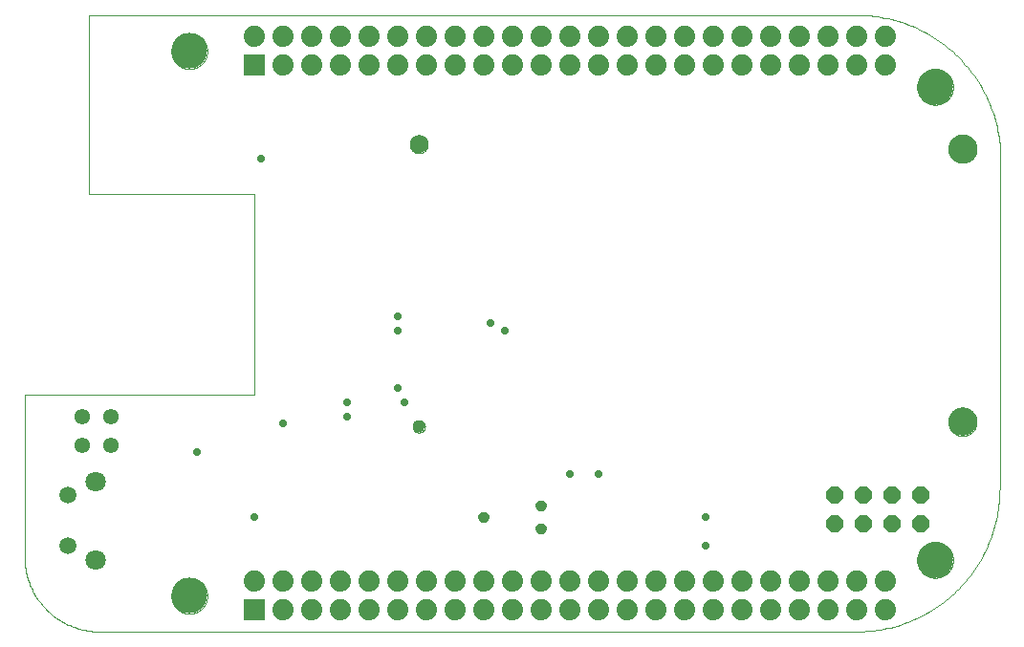
<source format=gbs>
G04 EAGLE Gerber RS-274X export*
G75*
%MOMM*%
%FSLAX34Y34*%
%LPD*%
%INBottom solder mask*%
%IPPOS*%
%AMOC8*
5,1,8,0,0,1.08239X$1,22.5*%
G01*
%ADD10C,0.000000*%
%ADD11C,1.600000*%
%ADD12C,1.100000*%
%ADD13C,2.500000*%
%ADD14C,1.381000*%
%ADD15C,1.498600*%
%ADD16C,1.803400*%
%ADD17C,3.175000*%
%ADD18R,1.879600X1.879600*%
%ADD19C,1.879600*%
%ADD20C,0.889000*%
%ADD21P,1.640903X8X22.500000*%
%ADD22P,0.757673X8X22.500000*%


D10*
X63500Y0D02*
X736600Y0D01*
X863600Y127000D02*
X863600Y431800D01*
X742950Y546100D02*
X57150Y546100D01*
X0Y209550D02*
X0Y63500D01*
X57150Y387350D02*
X57150Y546100D01*
X57150Y387350D02*
X203200Y387350D01*
X203200Y209550D01*
X0Y209550D01*
X742950Y546100D02*
X746066Y545912D01*
X749177Y545649D01*
X752279Y545309D01*
X755373Y544893D01*
X758456Y544402D01*
X761525Y543835D01*
X764580Y543193D01*
X767618Y542477D01*
X770638Y541686D01*
X773638Y540822D01*
X776615Y539885D01*
X779568Y538874D01*
X782496Y537792D01*
X785397Y536638D01*
X788268Y535414D01*
X791109Y534119D01*
X793916Y532756D01*
X796690Y531324D01*
X799428Y529824D01*
X802128Y528258D01*
X804789Y526626D01*
X807409Y524930D01*
X809987Y523170D01*
X812521Y521347D01*
X815009Y519462D01*
X817451Y517517D01*
X819844Y515513D01*
X822188Y513451D01*
X824480Y511332D01*
X826720Y509158D01*
X828905Y506929D01*
X831036Y504648D01*
X833109Y502315D01*
X835125Y499932D01*
X837083Y497500D01*
X838979Y495021D01*
X840815Y492496D01*
X842588Y489927D01*
X844298Y487316D01*
X845943Y484663D01*
X847523Y481971D01*
X849036Y479241D01*
X850482Y476474D01*
X851860Y473673D01*
X853169Y470839D01*
X854407Y467974D01*
X855576Y465080D01*
X856673Y462157D01*
X857698Y459209D01*
X858650Y456236D01*
X859530Y453241D01*
X860336Y450225D01*
X861067Y447191D01*
X861724Y444139D01*
X862307Y441073D01*
X862813Y437993D01*
X863245Y434901D01*
X863600Y431800D01*
X863600Y127000D02*
X863563Y123931D01*
X863452Y120864D01*
X863266Y117801D01*
X863007Y114743D01*
X862674Y111692D01*
X862267Y108650D01*
X861787Y105619D01*
X861234Y102600D01*
X860608Y99595D01*
X859910Y96607D01*
X859139Y93636D01*
X858297Y90685D01*
X857384Y87755D01*
X856401Y84848D01*
X855347Y81965D01*
X854224Y79109D01*
X853033Y76281D01*
X851773Y73482D01*
X850446Y70715D01*
X849053Y67980D01*
X847594Y65280D01*
X846070Y62616D01*
X844482Y59990D01*
X842832Y57402D01*
X841119Y54856D01*
X839345Y52351D01*
X837511Y49890D01*
X835619Y47474D01*
X833668Y45105D01*
X831661Y42783D01*
X829598Y40511D01*
X827481Y38289D01*
X825311Y36119D01*
X823089Y34002D01*
X820817Y31939D01*
X818495Y29932D01*
X816126Y27981D01*
X813710Y26089D01*
X811249Y24255D01*
X808744Y22481D01*
X806198Y20768D01*
X803610Y19118D01*
X800984Y17530D01*
X798320Y16006D01*
X795620Y14547D01*
X792885Y13154D01*
X790118Y11827D01*
X787319Y10567D01*
X784491Y9376D01*
X781635Y8253D01*
X778752Y7199D01*
X775845Y6216D01*
X772915Y5303D01*
X769964Y4461D01*
X766993Y3690D01*
X764005Y2992D01*
X761000Y2366D01*
X757981Y1813D01*
X754950Y1333D01*
X751908Y926D01*
X748857Y593D01*
X745799Y334D01*
X742736Y148D01*
X739669Y37D01*
X736600Y0D01*
X63500Y0D02*
X61888Y96D01*
X60279Y231D01*
X58674Y405D01*
X57073Y618D01*
X55478Y870D01*
X53890Y1160D01*
X52309Y1488D01*
X50736Y1855D01*
X49173Y2259D01*
X47620Y2702D01*
X46078Y3181D01*
X44548Y3698D01*
X43032Y4252D01*
X41529Y4842D01*
X40040Y5468D01*
X38568Y6130D01*
X37111Y6828D01*
X35672Y7560D01*
X34252Y8328D01*
X32850Y9129D01*
X31468Y9964D01*
X30106Y10832D01*
X28766Y11733D01*
X27448Y12666D01*
X26153Y13631D01*
X24882Y14626D01*
X23636Y15652D01*
X22414Y16708D01*
X21218Y17794D01*
X20049Y18907D01*
X18907Y20049D01*
X17794Y21218D01*
X16708Y22414D01*
X15652Y23636D01*
X14626Y24882D01*
X13631Y26153D01*
X12666Y27448D01*
X11733Y28766D01*
X10832Y30106D01*
X9964Y31468D01*
X9129Y32850D01*
X8328Y34252D01*
X7560Y35672D01*
X6828Y37111D01*
X6130Y38568D01*
X5468Y40040D01*
X4842Y41529D01*
X4252Y43032D01*
X3698Y44548D01*
X3181Y46078D01*
X2702Y47620D01*
X2259Y49173D01*
X1855Y50736D01*
X1488Y52309D01*
X1160Y53890D01*
X870Y55478D01*
X618Y57073D01*
X405Y58674D01*
X231Y60279D01*
X96Y61888D01*
X0Y63500D01*
X341250Y431800D02*
X341252Y431996D01*
X341260Y432193D01*
X341272Y432389D01*
X341289Y432584D01*
X341310Y432779D01*
X341337Y432974D01*
X341368Y433168D01*
X341404Y433361D01*
X341444Y433553D01*
X341490Y433744D01*
X341540Y433934D01*
X341594Y434122D01*
X341654Y434309D01*
X341718Y434495D01*
X341786Y434679D01*
X341859Y434861D01*
X341936Y435042D01*
X342018Y435220D01*
X342104Y435397D01*
X342195Y435571D01*
X342289Y435743D01*
X342388Y435913D01*
X342491Y436080D01*
X342598Y436245D01*
X342709Y436406D01*
X342824Y436566D01*
X342943Y436722D01*
X343066Y436875D01*
X343192Y437025D01*
X343322Y437172D01*
X343456Y437316D01*
X343593Y437457D01*
X343734Y437594D01*
X343878Y437728D01*
X344025Y437858D01*
X344175Y437984D01*
X344328Y438107D01*
X344484Y438226D01*
X344644Y438341D01*
X344805Y438452D01*
X344970Y438559D01*
X345137Y438662D01*
X345307Y438761D01*
X345479Y438855D01*
X345653Y438946D01*
X345830Y439032D01*
X346008Y439114D01*
X346189Y439191D01*
X346371Y439264D01*
X346555Y439332D01*
X346741Y439396D01*
X346928Y439456D01*
X347116Y439510D01*
X347306Y439560D01*
X347497Y439606D01*
X347689Y439646D01*
X347882Y439682D01*
X348076Y439713D01*
X348271Y439740D01*
X348466Y439761D01*
X348661Y439778D01*
X348857Y439790D01*
X349054Y439798D01*
X349250Y439800D01*
X349446Y439798D01*
X349643Y439790D01*
X349839Y439778D01*
X350034Y439761D01*
X350229Y439740D01*
X350424Y439713D01*
X350618Y439682D01*
X350811Y439646D01*
X351003Y439606D01*
X351194Y439560D01*
X351384Y439510D01*
X351572Y439456D01*
X351759Y439396D01*
X351945Y439332D01*
X352129Y439264D01*
X352311Y439191D01*
X352492Y439114D01*
X352670Y439032D01*
X352847Y438946D01*
X353021Y438855D01*
X353193Y438761D01*
X353363Y438662D01*
X353530Y438559D01*
X353695Y438452D01*
X353856Y438341D01*
X354016Y438226D01*
X354172Y438107D01*
X354325Y437984D01*
X354475Y437858D01*
X354622Y437728D01*
X354766Y437594D01*
X354907Y437457D01*
X355044Y437316D01*
X355178Y437172D01*
X355308Y437025D01*
X355434Y436875D01*
X355557Y436722D01*
X355676Y436566D01*
X355791Y436406D01*
X355902Y436245D01*
X356009Y436080D01*
X356112Y435913D01*
X356211Y435743D01*
X356305Y435571D01*
X356396Y435397D01*
X356482Y435220D01*
X356564Y435042D01*
X356641Y434861D01*
X356714Y434679D01*
X356782Y434495D01*
X356846Y434309D01*
X356906Y434122D01*
X356960Y433934D01*
X357010Y433744D01*
X357056Y433553D01*
X357096Y433361D01*
X357132Y433168D01*
X357163Y432974D01*
X357190Y432779D01*
X357211Y432584D01*
X357228Y432389D01*
X357240Y432193D01*
X357248Y431996D01*
X357250Y431800D01*
X357248Y431604D01*
X357240Y431407D01*
X357228Y431211D01*
X357211Y431016D01*
X357190Y430821D01*
X357163Y430626D01*
X357132Y430432D01*
X357096Y430239D01*
X357056Y430047D01*
X357010Y429856D01*
X356960Y429666D01*
X356906Y429478D01*
X356846Y429291D01*
X356782Y429105D01*
X356714Y428921D01*
X356641Y428739D01*
X356564Y428558D01*
X356482Y428380D01*
X356396Y428203D01*
X356305Y428029D01*
X356211Y427857D01*
X356112Y427687D01*
X356009Y427520D01*
X355902Y427355D01*
X355791Y427194D01*
X355676Y427034D01*
X355557Y426878D01*
X355434Y426725D01*
X355308Y426575D01*
X355178Y426428D01*
X355044Y426284D01*
X354907Y426143D01*
X354766Y426006D01*
X354622Y425872D01*
X354475Y425742D01*
X354325Y425616D01*
X354172Y425493D01*
X354016Y425374D01*
X353856Y425259D01*
X353695Y425148D01*
X353530Y425041D01*
X353363Y424938D01*
X353193Y424839D01*
X353021Y424745D01*
X352847Y424654D01*
X352670Y424568D01*
X352492Y424486D01*
X352311Y424409D01*
X352129Y424336D01*
X351945Y424268D01*
X351759Y424204D01*
X351572Y424144D01*
X351384Y424090D01*
X351194Y424040D01*
X351003Y423994D01*
X350811Y423954D01*
X350618Y423918D01*
X350424Y423887D01*
X350229Y423860D01*
X350034Y423839D01*
X349839Y423822D01*
X349643Y423810D01*
X349446Y423802D01*
X349250Y423800D01*
X349054Y423802D01*
X348857Y423810D01*
X348661Y423822D01*
X348466Y423839D01*
X348271Y423860D01*
X348076Y423887D01*
X347882Y423918D01*
X347689Y423954D01*
X347497Y423994D01*
X347306Y424040D01*
X347116Y424090D01*
X346928Y424144D01*
X346741Y424204D01*
X346555Y424268D01*
X346371Y424336D01*
X346189Y424409D01*
X346008Y424486D01*
X345830Y424568D01*
X345653Y424654D01*
X345479Y424745D01*
X345307Y424839D01*
X345137Y424938D01*
X344970Y425041D01*
X344805Y425148D01*
X344644Y425259D01*
X344484Y425374D01*
X344328Y425493D01*
X344175Y425616D01*
X344025Y425742D01*
X343878Y425872D01*
X343734Y426006D01*
X343593Y426143D01*
X343456Y426284D01*
X343322Y426428D01*
X343192Y426575D01*
X343066Y426725D01*
X342943Y426878D01*
X342824Y427034D01*
X342709Y427194D01*
X342598Y427355D01*
X342491Y427520D01*
X342388Y427687D01*
X342289Y427857D01*
X342195Y428029D01*
X342104Y428203D01*
X342018Y428380D01*
X341936Y428558D01*
X341859Y428739D01*
X341786Y428921D01*
X341718Y429105D01*
X341654Y429291D01*
X341594Y429478D01*
X341540Y429666D01*
X341490Y429856D01*
X341444Y430047D01*
X341404Y430239D01*
X341368Y430432D01*
X341337Y430626D01*
X341310Y430821D01*
X341289Y431016D01*
X341272Y431211D01*
X341260Y431407D01*
X341252Y431604D01*
X341250Y431800D01*
D11*
X349250Y431800D03*
D10*
X343750Y181800D02*
X343752Y181948D01*
X343758Y182096D01*
X343768Y182244D01*
X343782Y182392D01*
X343800Y182539D01*
X343822Y182686D01*
X343848Y182832D01*
X343877Y182977D01*
X343911Y183122D01*
X343949Y183265D01*
X343990Y183408D01*
X344035Y183549D01*
X344085Y183689D01*
X344137Y183827D01*
X344194Y183965D01*
X344254Y184100D01*
X344318Y184234D01*
X344385Y184366D01*
X344456Y184496D01*
X344531Y184625D01*
X344609Y184751D01*
X344690Y184875D01*
X344774Y184997D01*
X344862Y185116D01*
X344953Y185233D01*
X345047Y185348D01*
X345145Y185460D01*
X345245Y185569D01*
X345348Y185676D01*
X345454Y185780D01*
X345562Y185881D01*
X345674Y185979D01*
X345788Y186074D01*
X345904Y186165D01*
X346023Y186254D01*
X346144Y186339D01*
X346268Y186421D01*
X346394Y186500D01*
X346521Y186575D01*
X346651Y186647D01*
X346783Y186716D01*
X346916Y186780D01*
X347051Y186841D01*
X347188Y186899D01*
X347326Y186953D01*
X347466Y187003D01*
X347607Y187049D01*
X347749Y187091D01*
X347892Y187130D01*
X348036Y187164D01*
X348182Y187195D01*
X348327Y187222D01*
X348474Y187245D01*
X348621Y187264D01*
X348769Y187279D01*
X348916Y187290D01*
X349065Y187297D01*
X349213Y187300D01*
X349361Y187299D01*
X349509Y187294D01*
X349657Y187285D01*
X349805Y187272D01*
X349953Y187255D01*
X350099Y187234D01*
X350246Y187209D01*
X350391Y187180D01*
X350536Y187148D01*
X350679Y187111D01*
X350822Y187071D01*
X350964Y187026D01*
X351104Y186978D01*
X351243Y186926D01*
X351380Y186871D01*
X351516Y186811D01*
X351651Y186748D01*
X351783Y186682D01*
X351914Y186612D01*
X352043Y186538D01*
X352169Y186461D01*
X352294Y186381D01*
X352416Y186297D01*
X352537Y186210D01*
X352654Y186120D01*
X352770Y186026D01*
X352882Y185930D01*
X352992Y185831D01*
X353100Y185728D01*
X353204Y185623D01*
X353306Y185515D01*
X353404Y185404D01*
X353500Y185291D01*
X353593Y185175D01*
X353682Y185057D01*
X353768Y184936D01*
X353851Y184813D01*
X353931Y184688D01*
X354007Y184561D01*
X354080Y184431D01*
X354149Y184300D01*
X354214Y184167D01*
X354277Y184033D01*
X354335Y183896D01*
X354390Y183758D01*
X354440Y183619D01*
X354488Y183478D01*
X354531Y183337D01*
X354571Y183194D01*
X354606Y183050D01*
X354638Y182905D01*
X354666Y182759D01*
X354690Y182613D01*
X354710Y182466D01*
X354726Y182318D01*
X354738Y182171D01*
X354746Y182022D01*
X354750Y181874D01*
X354750Y181726D01*
X354746Y181578D01*
X354738Y181429D01*
X354726Y181282D01*
X354710Y181134D01*
X354690Y180987D01*
X354666Y180841D01*
X354638Y180695D01*
X354606Y180550D01*
X354571Y180406D01*
X354531Y180263D01*
X354488Y180122D01*
X354440Y179981D01*
X354390Y179842D01*
X354335Y179704D01*
X354277Y179567D01*
X354214Y179433D01*
X354149Y179300D01*
X354080Y179169D01*
X354007Y179039D01*
X353931Y178912D01*
X353851Y178787D01*
X353768Y178664D01*
X353682Y178543D01*
X353593Y178425D01*
X353500Y178309D01*
X353404Y178196D01*
X353306Y178085D01*
X353204Y177977D01*
X353100Y177872D01*
X352992Y177769D01*
X352882Y177670D01*
X352770Y177574D01*
X352654Y177480D01*
X352537Y177390D01*
X352416Y177303D01*
X352294Y177219D01*
X352169Y177139D01*
X352043Y177062D01*
X351914Y176988D01*
X351783Y176918D01*
X351651Y176852D01*
X351516Y176789D01*
X351380Y176729D01*
X351243Y176674D01*
X351104Y176622D01*
X350964Y176574D01*
X350822Y176529D01*
X350679Y176489D01*
X350536Y176452D01*
X350391Y176420D01*
X350246Y176391D01*
X350099Y176366D01*
X349953Y176345D01*
X349805Y176328D01*
X349657Y176315D01*
X349509Y176306D01*
X349361Y176301D01*
X349213Y176300D01*
X349065Y176303D01*
X348916Y176310D01*
X348769Y176321D01*
X348621Y176336D01*
X348474Y176355D01*
X348327Y176378D01*
X348182Y176405D01*
X348036Y176436D01*
X347892Y176470D01*
X347749Y176509D01*
X347607Y176551D01*
X347466Y176597D01*
X347326Y176647D01*
X347188Y176701D01*
X347051Y176759D01*
X346916Y176820D01*
X346783Y176884D01*
X346651Y176953D01*
X346521Y177025D01*
X346394Y177100D01*
X346268Y177179D01*
X346144Y177261D01*
X346023Y177346D01*
X345904Y177435D01*
X345788Y177526D01*
X345674Y177621D01*
X345562Y177719D01*
X345454Y177820D01*
X345348Y177924D01*
X345245Y178031D01*
X345145Y178140D01*
X345047Y178252D01*
X344953Y178367D01*
X344862Y178484D01*
X344774Y178603D01*
X344690Y178725D01*
X344609Y178849D01*
X344531Y178975D01*
X344456Y179104D01*
X344385Y179234D01*
X344318Y179366D01*
X344254Y179500D01*
X344194Y179635D01*
X344137Y179773D01*
X344085Y179911D01*
X344035Y180051D01*
X343990Y180192D01*
X343949Y180335D01*
X343911Y180478D01*
X343877Y180623D01*
X343848Y180768D01*
X343822Y180914D01*
X343800Y181061D01*
X343782Y181208D01*
X343768Y181356D01*
X343758Y181504D01*
X343752Y181652D01*
X343750Y181800D01*
D12*
X349250Y181800D03*
D10*
X818250Y427800D02*
X818254Y428107D01*
X818265Y428413D01*
X818284Y428720D01*
X818310Y429025D01*
X818344Y429330D01*
X818385Y429634D01*
X818434Y429937D01*
X818490Y430239D01*
X818554Y430539D01*
X818625Y430837D01*
X818703Y431134D01*
X818788Y431429D01*
X818881Y431721D01*
X818981Y432011D01*
X819088Y432299D01*
X819202Y432584D01*
X819322Y432866D01*
X819450Y433144D01*
X819585Y433420D01*
X819726Y433692D01*
X819874Y433961D01*
X820028Y434226D01*
X820189Y434487D01*
X820357Y434745D01*
X820530Y434998D01*
X820710Y435246D01*
X820896Y435490D01*
X821087Y435730D01*
X821285Y435965D01*
X821488Y436194D01*
X821697Y436419D01*
X821911Y436639D01*
X822131Y436853D01*
X822356Y437062D01*
X822585Y437265D01*
X822820Y437463D01*
X823060Y437654D01*
X823304Y437840D01*
X823552Y438020D01*
X823805Y438193D01*
X824063Y438361D01*
X824324Y438522D01*
X824589Y438676D01*
X824858Y438824D01*
X825130Y438965D01*
X825406Y439100D01*
X825684Y439228D01*
X825966Y439348D01*
X826251Y439462D01*
X826539Y439569D01*
X826829Y439669D01*
X827121Y439762D01*
X827416Y439847D01*
X827713Y439925D01*
X828011Y439996D01*
X828311Y440060D01*
X828613Y440116D01*
X828916Y440165D01*
X829220Y440206D01*
X829525Y440240D01*
X829830Y440266D01*
X830137Y440285D01*
X830443Y440296D01*
X830750Y440300D01*
X831057Y440296D01*
X831363Y440285D01*
X831670Y440266D01*
X831975Y440240D01*
X832280Y440206D01*
X832584Y440165D01*
X832887Y440116D01*
X833189Y440060D01*
X833489Y439996D01*
X833787Y439925D01*
X834084Y439847D01*
X834379Y439762D01*
X834671Y439669D01*
X834961Y439569D01*
X835249Y439462D01*
X835534Y439348D01*
X835816Y439228D01*
X836094Y439100D01*
X836370Y438965D01*
X836642Y438824D01*
X836911Y438676D01*
X837176Y438522D01*
X837437Y438361D01*
X837695Y438193D01*
X837948Y438020D01*
X838196Y437840D01*
X838440Y437654D01*
X838680Y437463D01*
X838915Y437265D01*
X839144Y437062D01*
X839369Y436853D01*
X839589Y436639D01*
X839803Y436419D01*
X840012Y436194D01*
X840215Y435965D01*
X840413Y435730D01*
X840604Y435490D01*
X840790Y435246D01*
X840970Y434998D01*
X841143Y434745D01*
X841311Y434487D01*
X841472Y434226D01*
X841626Y433961D01*
X841774Y433692D01*
X841915Y433420D01*
X842050Y433144D01*
X842178Y432866D01*
X842298Y432584D01*
X842412Y432299D01*
X842519Y432011D01*
X842619Y431721D01*
X842712Y431429D01*
X842797Y431134D01*
X842875Y430837D01*
X842946Y430539D01*
X843010Y430239D01*
X843066Y429937D01*
X843115Y429634D01*
X843156Y429330D01*
X843190Y429025D01*
X843216Y428720D01*
X843235Y428413D01*
X843246Y428107D01*
X843250Y427800D01*
X843246Y427493D01*
X843235Y427187D01*
X843216Y426880D01*
X843190Y426575D01*
X843156Y426270D01*
X843115Y425966D01*
X843066Y425663D01*
X843010Y425361D01*
X842946Y425061D01*
X842875Y424763D01*
X842797Y424466D01*
X842712Y424171D01*
X842619Y423879D01*
X842519Y423589D01*
X842412Y423301D01*
X842298Y423016D01*
X842178Y422734D01*
X842050Y422456D01*
X841915Y422180D01*
X841774Y421908D01*
X841626Y421639D01*
X841472Y421374D01*
X841311Y421113D01*
X841143Y420855D01*
X840970Y420602D01*
X840790Y420354D01*
X840604Y420110D01*
X840413Y419870D01*
X840215Y419635D01*
X840012Y419406D01*
X839803Y419181D01*
X839589Y418961D01*
X839369Y418747D01*
X839144Y418538D01*
X838915Y418335D01*
X838680Y418137D01*
X838440Y417946D01*
X838196Y417760D01*
X837948Y417580D01*
X837695Y417407D01*
X837437Y417239D01*
X837176Y417078D01*
X836911Y416924D01*
X836642Y416776D01*
X836370Y416635D01*
X836094Y416500D01*
X835816Y416372D01*
X835534Y416252D01*
X835249Y416138D01*
X834961Y416031D01*
X834671Y415931D01*
X834379Y415838D01*
X834084Y415753D01*
X833787Y415675D01*
X833489Y415604D01*
X833189Y415540D01*
X832887Y415484D01*
X832584Y415435D01*
X832280Y415394D01*
X831975Y415360D01*
X831670Y415334D01*
X831363Y415315D01*
X831057Y415304D01*
X830750Y415300D01*
X830443Y415304D01*
X830137Y415315D01*
X829830Y415334D01*
X829525Y415360D01*
X829220Y415394D01*
X828916Y415435D01*
X828613Y415484D01*
X828311Y415540D01*
X828011Y415604D01*
X827713Y415675D01*
X827416Y415753D01*
X827121Y415838D01*
X826829Y415931D01*
X826539Y416031D01*
X826251Y416138D01*
X825966Y416252D01*
X825684Y416372D01*
X825406Y416500D01*
X825130Y416635D01*
X824858Y416776D01*
X824589Y416924D01*
X824324Y417078D01*
X824063Y417239D01*
X823805Y417407D01*
X823552Y417580D01*
X823304Y417760D01*
X823060Y417946D01*
X822820Y418137D01*
X822585Y418335D01*
X822356Y418538D01*
X822131Y418747D01*
X821911Y418961D01*
X821697Y419181D01*
X821488Y419406D01*
X821285Y419635D01*
X821087Y419870D01*
X820896Y420110D01*
X820710Y420354D01*
X820530Y420602D01*
X820357Y420855D01*
X820189Y421113D01*
X820028Y421374D01*
X819874Y421639D01*
X819726Y421908D01*
X819585Y422180D01*
X819450Y422456D01*
X819322Y422734D01*
X819202Y423016D01*
X819088Y423301D01*
X818981Y423589D01*
X818881Y423879D01*
X818788Y424171D01*
X818703Y424466D01*
X818625Y424763D01*
X818554Y425061D01*
X818490Y425361D01*
X818434Y425663D01*
X818385Y425966D01*
X818344Y426270D01*
X818310Y426575D01*
X818284Y426880D01*
X818265Y427187D01*
X818254Y427493D01*
X818250Y427800D01*
D13*
X830750Y427800D03*
D10*
X818250Y185800D02*
X818254Y186107D01*
X818265Y186413D01*
X818284Y186720D01*
X818310Y187025D01*
X818344Y187330D01*
X818385Y187634D01*
X818434Y187937D01*
X818490Y188239D01*
X818554Y188539D01*
X818625Y188837D01*
X818703Y189134D01*
X818788Y189429D01*
X818881Y189721D01*
X818981Y190011D01*
X819088Y190299D01*
X819202Y190584D01*
X819322Y190866D01*
X819450Y191144D01*
X819585Y191420D01*
X819726Y191692D01*
X819874Y191961D01*
X820028Y192226D01*
X820189Y192487D01*
X820357Y192745D01*
X820530Y192998D01*
X820710Y193246D01*
X820896Y193490D01*
X821087Y193730D01*
X821285Y193965D01*
X821488Y194194D01*
X821697Y194419D01*
X821911Y194639D01*
X822131Y194853D01*
X822356Y195062D01*
X822585Y195265D01*
X822820Y195463D01*
X823060Y195654D01*
X823304Y195840D01*
X823552Y196020D01*
X823805Y196193D01*
X824063Y196361D01*
X824324Y196522D01*
X824589Y196676D01*
X824858Y196824D01*
X825130Y196965D01*
X825406Y197100D01*
X825684Y197228D01*
X825966Y197348D01*
X826251Y197462D01*
X826539Y197569D01*
X826829Y197669D01*
X827121Y197762D01*
X827416Y197847D01*
X827713Y197925D01*
X828011Y197996D01*
X828311Y198060D01*
X828613Y198116D01*
X828916Y198165D01*
X829220Y198206D01*
X829525Y198240D01*
X829830Y198266D01*
X830137Y198285D01*
X830443Y198296D01*
X830750Y198300D01*
X831057Y198296D01*
X831363Y198285D01*
X831670Y198266D01*
X831975Y198240D01*
X832280Y198206D01*
X832584Y198165D01*
X832887Y198116D01*
X833189Y198060D01*
X833489Y197996D01*
X833787Y197925D01*
X834084Y197847D01*
X834379Y197762D01*
X834671Y197669D01*
X834961Y197569D01*
X835249Y197462D01*
X835534Y197348D01*
X835816Y197228D01*
X836094Y197100D01*
X836370Y196965D01*
X836642Y196824D01*
X836911Y196676D01*
X837176Y196522D01*
X837437Y196361D01*
X837695Y196193D01*
X837948Y196020D01*
X838196Y195840D01*
X838440Y195654D01*
X838680Y195463D01*
X838915Y195265D01*
X839144Y195062D01*
X839369Y194853D01*
X839589Y194639D01*
X839803Y194419D01*
X840012Y194194D01*
X840215Y193965D01*
X840413Y193730D01*
X840604Y193490D01*
X840790Y193246D01*
X840970Y192998D01*
X841143Y192745D01*
X841311Y192487D01*
X841472Y192226D01*
X841626Y191961D01*
X841774Y191692D01*
X841915Y191420D01*
X842050Y191144D01*
X842178Y190866D01*
X842298Y190584D01*
X842412Y190299D01*
X842519Y190011D01*
X842619Y189721D01*
X842712Y189429D01*
X842797Y189134D01*
X842875Y188837D01*
X842946Y188539D01*
X843010Y188239D01*
X843066Y187937D01*
X843115Y187634D01*
X843156Y187330D01*
X843190Y187025D01*
X843216Y186720D01*
X843235Y186413D01*
X843246Y186107D01*
X843250Y185800D01*
X843246Y185493D01*
X843235Y185187D01*
X843216Y184880D01*
X843190Y184575D01*
X843156Y184270D01*
X843115Y183966D01*
X843066Y183663D01*
X843010Y183361D01*
X842946Y183061D01*
X842875Y182763D01*
X842797Y182466D01*
X842712Y182171D01*
X842619Y181879D01*
X842519Y181589D01*
X842412Y181301D01*
X842298Y181016D01*
X842178Y180734D01*
X842050Y180456D01*
X841915Y180180D01*
X841774Y179908D01*
X841626Y179639D01*
X841472Y179374D01*
X841311Y179113D01*
X841143Y178855D01*
X840970Y178602D01*
X840790Y178354D01*
X840604Y178110D01*
X840413Y177870D01*
X840215Y177635D01*
X840012Y177406D01*
X839803Y177181D01*
X839589Y176961D01*
X839369Y176747D01*
X839144Y176538D01*
X838915Y176335D01*
X838680Y176137D01*
X838440Y175946D01*
X838196Y175760D01*
X837948Y175580D01*
X837695Y175407D01*
X837437Y175239D01*
X837176Y175078D01*
X836911Y174924D01*
X836642Y174776D01*
X836370Y174635D01*
X836094Y174500D01*
X835816Y174372D01*
X835534Y174252D01*
X835249Y174138D01*
X834961Y174031D01*
X834671Y173931D01*
X834379Y173838D01*
X834084Y173753D01*
X833787Y173675D01*
X833489Y173604D01*
X833189Y173540D01*
X832887Y173484D01*
X832584Y173435D01*
X832280Y173394D01*
X831975Y173360D01*
X831670Y173334D01*
X831363Y173315D01*
X831057Y173304D01*
X830750Y173300D01*
X830443Y173304D01*
X830137Y173315D01*
X829830Y173334D01*
X829525Y173360D01*
X829220Y173394D01*
X828916Y173435D01*
X828613Y173484D01*
X828311Y173540D01*
X828011Y173604D01*
X827713Y173675D01*
X827416Y173753D01*
X827121Y173838D01*
X826829Y173931D01*
X826539Y174031D01*
X826251Y174138D01*
X825966Y174252D01*
X825684Y174372D01*
X825406Y174500D01*
X825130Y174635D01*
X824858Y174776D01*
X824589Y174924D01*
X824324Y175078D01*
X824063Y175239D01*
X823805Y175407D01*
X823552Y175580D01*
X823304Y175760D01*
X823060Y175946D01*
X822820Y176137D01*
X822585Y176335D01*
X822356Y176538D01*
X822131Y176747D01*
X821911Y176961D01*
X821697Y177181D01*
X821488Y177406D01*
X821285Y177635D01*
X821087Y177870D01*
X820896Y178110D01*
X820710Y178354D01*
X820530Y178602D01*
X820357Y178855D01*
X820189Y179113D01*
X820028Y179374D01*
X819874Y179639D01*
X819726Y179908D01*
X819585Y180180D01*
X819450Y180456D01*
X819322Y180734D01*
X819202Y181016D01*
X819088Y181301D01*
X818981Y181589D01*
X818881Y181879D01*
X818788Y182171D01*
X818703Y182466D01*
X818625Y182763D01*
X818554Y183061D01*
X818490Y183361D01*
X818434Y183663D01*
X818385Y183966D01*
X818344Y184270D01*
X818310Y184575D01*
X818284Y184880D01*
X818265Y185187D01*
X818254Y185493D01*
X818250Y185800D01*
D13*
X830750Y185800D03*
D14*
X76200Y165100D03*
X76200Y190500D03*
X50800Y165100D03*
X50800Y190500D03*
D15*
X38100Y120650D03*
X38100Y75692D03*
D16*
X62992Y133096D03*
X62992Y62992D03*
D10*
X130175Y31750D02*
X130180Y32140D01*
X130194Y32529D01*
X130218Y32918D01*
X130251Y33306D01*
X130294Y33693D01*
X130347Y34079D01*
X130409Y34464D01*
X130480Y34847D01*
X130561Y35228D01*
X130651Y35607D01*
X130750Y35984D01*
X130859Y36358D01*
X130976Y36730D01*
X131103Y37098D01*
X131239Y37463D01*
X131383Y37825D01*
X131537Y38183D01*
X131699Y38537D01*
X131870Y38888D01*
X132049Y39233D01*
X132237Y39575D01*
X132434Y39911D01*
X132638Y40243D01*
X132850Y40570D01*
X133071Y40891D01*
X133299Y41207D01*
X133535Y41517D01*
X133778Y41821D01*
X134029Y42119D01*
X134287Y42411D01*
X134553Y42696D01*
X134825Y42975D01*
X135104Y43247D01*
X135389Y43513D01*
X135681Y43771D01*
X135979Y44022D01*
X136283Y44265D01*
X136593Y44501D01*
X136909Y44729D01*
X137230Y44950D01*
X137557Y45162D01*
X137889Y45366D01*
X138225Y45563D01*
X138567Y45751D01*
X138912Y45930D01*
X139263Y46101D01*
X139617Y46263D01*
X139975Y46417D01*
X140337Y46561D01*
X140702Y46697D01*
X141070Y46824D01*
X141442Y46941D01*
X141816Y47050D01*
X142193Y47149D01*
X142572Y47239D01*
X142953Y47320D01*
X143336Y47391D01*
X143721Y47453D01*
X144107Y47506D01*
X144494Y47549D01*
X144882Y47582D01*
X145271Y47606D01*
X145660Y47620D01*
X146050Y47625D01*
X146440Y47620D01*
X146829Y47606D01*
X147218Y47582D01*
X147606Y47549D01*
X147993Y47506D01*
X148379Y47453D01*
X148764Y47391D01*
X149147Y47320D01*
X149528Y47239D01*
X149907Y47149D01*
X150284Y47050D01*
X150658Y46941D01*
X151030Y46824D01*
X151398Y46697D01*
X151763Y46561D01*
X152125Y46417D01*
X152483Y46263D01*
X152837Y46101D01*
X153188Y45930D01*
X153533Y45751D01*
X153875Y45563D01*
X154211Y45366D01*
X154543Y45162D01*
X154870Y44950D01*
X155191Y44729D01*
X155507Y44501D01*
X155817Y44265D01*
X156121Y44022D01*
X156419Y43771D01*
X156711Y43513D01*
X156996Y43247D01*
X157275Y42975D01*
X157547Y42696D01*
X157813Y42411D01*
X158071Y42119D01*
X158322Y41821D01*
X158565Y41517D01*
X158801Y41207D01*
X159029Y40891D01*
X159250Y40570D01*
X159462Y40243D01*
X159666Y39911D01*
X159863Y39575D01*
X160051Y39233D01*
X160230Y38888D01*
X160401Y38537D01*
X160563Y38183D01*
X160717Y37825D01*
X160861Y37463D01*
X160997Y37098D01*
X161124Y36730D01*
X161241Y36358D01*
X161350Y35984D01*
X161449Y35607D01*
X161539Y35228D01*
X161620Y34847D01*
X161691Y34464D01*
X161753Y34079D01*
X161806Y33693D01*
X161849Y33306D01*
X161882Y32918D01*
X161906Y32529D01*
X161920Y32140D01*
X161925Y31750D01*
X161920Y31360D01*
X161906Y30971D01*
X161882Y30582D01*
X161849Y30194D01*
X161806Y29807D01*
X161753Y29421D01*
X161691Y29036D01*
X161620Y28653D01*
X161539Y28272D01*
X161449Y27893D01*
X161350Y27516D01*
X161241Y27142D01*
X161124Y26770D01*
X160997Y26402D01*
X160861Y26037D01*
X160717Y25675D01*
X160563Y25317D01*
X160401Y24963D01*
X160230Y24612D01*
X160051Y24267D01*
X159863Y23925D01*
X159666Y23589D01*
X159462Y23257D01*
X159250Y22930D01*
X159029Y22609D01*
X158801Y22293D01*
X158565Y21983D01*
X158322Y21679D01*
X158071Y21381D01*
X157813Y21089D01*
X157547Y20804D01*
X157275Y20525D01*
X156996Y20253D01*
X156711Y19987D01*
X156419Y19729D01*
X156121Y19478D01*
X155817Y19235D01*
X155507Y18999D01*
X155191Y18771D01*
X154870Y18550D01*
X154543Y18338D01*
X154211Y18134D01*
X153875Y17937D01*
X153533Y17749D01*
X153188Y17570D01*
X152837Y17399D01*
X152483Y17237D01*
X152125Y17083D01*
X151763Y16939D01*
X151398Y16803D01*
X151030Y16676D01*
X150658Y16559D01*
X150284Y16450D01*
X149907Y16351D01*
X149528Y16261D01*
X149147Y16180D01*
X148764Y16109D01*
X148379Y16047D01*
X147993Y15994D01*
X147606Y15951D01*
X147218Y15918D01*
X146829Y15894D01*
X146440Y15880D01*
X146050Y15875D01*
X145660Y15880D01*
X145271Y15894D01*
X144882Y15918D01*
X144494Y15951D01*
X144107Y15994D01*
X143721Y16047D01*
X143336Y16109D01*
X142953Y16180D01*
X142572Y16261D01*
X142193Y16351D01*
X141816Y16450D01*
X141442Y16559D01*
X141070Y16676D01*
X140702Y16803D01*
X140337Y16939D01*
X139975Y17083D01*
X139617Y17237D01*
X139263Y17399D01*
X138912Y17570D01*
X138567Y17749D01*
X138225Y17937D01*
X137889Y18134D01*
X137557Y18338D01*
X137230Y18550D01*
X136909Y18771D01*
X136593Y18999D01*
X136283Y19235D01*
X135979Y19478D01*
X135681Y19729D01*
X135389Y19987D01*
X135104Y20253D01*
X134825Y20525D01*
X134553Y20804D01*
X134287Y21089D01*
X134029Y21381D01*
X133778Y21679D01*
X133535Y21983D01*
X133299Y22293D01*
X133071Y22609D01*
X132850Y22930D01*
X132638Y23257D01*
X132434Y23589D01*
X132237Y23925D01*
X132049Y24267D01*
X131870Y24612D01*
X131699Y24963D01*
X131537Y25317D01*
X131383Y25675D01*
X131239Y26037D01*
X131103Y26402D01*
X130976Y26770D01*
X130859Y27142D01*
X130750Y27516D01*
X130651Y27893D01*
X130561Y28272D01*
X130480Y28653D01*
X130409Y29036D01*
X130347Y29421D01*
X130294Y29807D01*
X130251Y30194D01*
X130218Y30582D01*
X130194Y30971D01*
X130180Y31360D01*
X130175Y31750D01*
D17*
X146050Y31750D03*
D10*
X790575Y63500D02*
X790580Y63890D01*
X790594Y64279D01*
X790618Y64668D01*
X790651Y65056D01*
X790694Y65443D01*
X790747Y65829D01*
X790809Y66214D01*
X790880Y66597D01*
X790961Y66978D01*
X791051Y67357D01*
X791150Y67734D01*
X791259Y68108D01*
X791376Y68480D01*
X791503Y68848D01*
X791639Y69213D01*
X791783Y69575D01*
X791937Y69933D01*
X792099Y70287D01*
X792270Y70638D01*
X792449Y70983D01*
X792637Y71325D01*
X792834Y71661D01*
X793038Y71993D01*
X793250Y72320D01*
X793471Y72641D01*
X793699Y72957D01*
X793935Y73267D01*
X794178Y73571D01*
X794429Y73869D01*
X794687Y74161D01*
X794953Y74446D01*
X795225Y74725D01*
X795504Y74997D01*
X795789Y75263D01*
X796081Y75521D01*
X796379Y75772D01*
X796683Y76015D01*
X796993Y76251D01*
X797309Y76479D01*
X797630Y76700D01*
X797957Y76912D01*
X798289Y77116D01*
X798625Y77313D01*
X798967Y77501D01*
X799312Y77680D01*
X799663Y77851D01*
X800017Y78013D01*
X800375Y78167D01*
X800737Y78311D01*
X801102Y78447D01*
X801470Y78574D01*
X801842Y78691D01*
X802216Y78800D01*
X802593Y78899D01*
X802972Y78989D01*
X803353Y79070D01*
X803736Y79141D01*
X804121Y79203D01*
X804507Y79256D01*
X804894Y79299D01*
X805282Y79332D01*
X805671Y79356D01*
X806060Y79370D01*
X806450Y79375D01*
X806840Y79370D01*
X807229Y79356D01*
X807618Y79332D01*
X808006Y79299D01*
X808393Y79256D01*
X808779Y79203D01*
X809164Y79141D01*
X809547Y79070D01*
X809928Y78989D01*
X810307Y78899D01*
X810684Y78800D01*
X811058Y78691D01*
X811430Y78574D01*
X811798Y78447D01*
X812163Y78311D01*
X812525Y78167D01*
X812883Y78013D01*
X813237Y77851D01*
X813588Y77680D01*
X813933Y77501D01*
X814275Y77313D01*
X814611Y77116D01*
X814943Y76912D01*
X815270Y76700D01*
X815591Y76479D01*
X815907Y76251D01*
X816217Y76015D01*
X816521Y75772D01*
X816819Y75521D01*
X817111Y75263D01*
X817396Y74997D01*
X817675Y74725D01*
X817947Y74446D01*
X818213Y74161D01*
X818471Y73869D01*
X818722Y73571D01*
X818965Y73267D01*
X819201Y72957D01*
X819429Y72641D01*
X819650Y72320D01*
X819862Y71993D01*
X820066Y71661D01*
X820263Y71325D01*
X820451Y70983D01*
X820630Y70638D01*
X820801Y70287D01*
X820963Y69933D01*
X821117Y69575D01*
X821261Y69213D01*
X821397Y68848D01*
X821524Y68480D01*
X821641Y68108D01*
X821750Y67734D01*
X821849Y67357D01*
X821939Y66978D01*
X822020Y66597D01*
X822091Y66214D01*
X822153Y65829D01*
X822206Y65443D01*
X822249Y65056D01*
X822282Y64668D01*
X822306Y64279D01*
X822320Y63890D01*
X822325Y63500D01*
X822320Y63110D01*
X822306Y62721D01*
X822282Y62332D01*
X822249Y61944D01*
X822206Y61557D01*
X822153Y61171D01*
X822091Y60786D01*
X822020Y60403D01*
X821939Y60022D01*
X821849Y59643D01*
X821750Y59266D01*
X821641Y58892D01*
X821524Y58520D01*
X821397Y58152D01*
X821261Y57787D01*
X821117Y57425D01*
X820963Y57067D01*
X820801Y56713D01*
X820630Y56362D01*
X820451Y56017D01*
X820263Y55675D01*
X820066Y55339D01*
X819862Y55007D01*
X819650Y54680D01*
X819429Y54359D01*
X819201Y54043D01*
X818965Y53733D01*
X818722Y53429D01*
X818471Y53131D01*
X818213Y52839D01*
X817947Y52554D01*
X817675Y52275D01*
X817396Y52003D01*
X817111Y51737D01*
X816819Y51479D01*
X816521Y51228D01*
X816217Y50985D01*
X815907Y50749D01*
X815591Y50521D01*
X815270Y50300D01*
X814943Y50088D01*
X814611Y49884D01*
X814275Y49687D01*
X813933Y49499D01*
X813588Y49320D01*
X813237Y49149D01*
X812883Y48987D01*
X812525Y48833D01*
X812163Y48689D01*
X811798Y48553D01*
X811430Y48426D01*
X811058Y48309D01*
X810684Y48200D01*
X810307Y48101D01*
X809928Y48011D01*
X809547Y47930D01*
X809164Y47859D01*
X808779Y47797D01*
X808393Y47744D01*
X808006Y47701D01*
X807618Y47668D01*
X807229Y47644D01*
X806840Y47630D01*
X806450Y47625D01*
X806060Y47630D01*
X805671Y47644D01*
X805282Y47668D01*
X804894Y47701D01*
X804507Y47744D01*
X804121Y47797D01*
X803736Y47859D01*
X803353Y47930D01*
X802972Y48011D01*
X802593Y48101D01*
X802216Y48200D01*
X801842Y48309D01*
X801470Y48426D01*
X801102Y48553D01*
X800737Y48689D01*
X800375Y48833D01*
X800017Y48987D01*
X799663Y49149D01*
X799312Y49320D01*
X798967Y49499D01*
X798625Y49687D01*
X798289Y49884D01*
X797957Y50088D01*
X797630Y50300D01*
X797309Y50521D01*
X796993Y50749D01*
X796683Y50985D01*
X796379Y51228D01*
X796081Y51479D01*
X795789Y51737D01*
X795504Y52003D01*
X795225Y52275D01*
X794953Y52554D01*
X794687Y52839D01*
X794429Y53131D01*
X794178Y53429D01*
X793935Y53733D01*
X793699Y54043D01*
X793471Y54359D01*
X793250Y54680D01*
X793038Y55007D01*
X792834Y55339D01*
X792637Y55675D01*
X792449Y56017D01*
X792270Y56362D01*
X792099Y56713D01*
X791937Y57067D01*
X791783Y57425D01*
X791639Y57787D01*
X791503Y58152D01*
X791376Y58520D01*
X791259Y58892D01*
X791150Y59266D01*
X791051Y59643D01*
X790961Y60022D01*
X790880Y60403D01*
X790809Y60786D01*
X790747Y61171D01*
X790694Y61557D01*
X790651Y61944D01*
X790618Y62332D01*
X790594Y62721D01*
X790580Y63110D01*
X790575Y63500D01*
D17*
X806450Y63500D03*
D10*
X790575Y482600D02*
X790580Y482990D01*
X790594Y483379D01*
X790618Y483768D01*
X790651Y484156D01*
X790694Y484543D01*
X790747Y484929D01*
X790809Y485314D01*
X790880Y485697D01*
X790961Y486078D01*
X791051Y486457D01*
X791150Y486834D01*
X791259Y487208D01*
X791376Y487580D01*
X791503Y487948D01*
X791639Y488313D01*
X791783Y488675D01*
X791937Y489033D01*
X792099Y489387D01*
X792270Y489738D01*
X792449Y490083D01*
X792637Y490425D01*
X792834Y490761D01*
X793038Y491093D01*
X793250Y491420D01*
X793471Y491741D01*
X793699Y492057D01*
X793935Y492367D01*
X794178Y492671D01*
X794429Y492969D01*
X794687Y493261D01*
X794953Y493546D01*
X795225Y493825D01*
X795504Y494097D01*
X795789Y494363D01*
X796081Y494621D01*
X796379Y494872D01*
X796683Y495115D01*
X796993Y495351D01*
X797309Y495579D01*
X797630Y495800D01*
X797957Y496012D01*
X798289Y496216D01*
X798625Y496413D01*
X798967Y496601D01*
X799312Y496780D01*
X799663Y496951D01*
X800017Y497113D01*
X800375Y497267D01*
X800737Y497411D01*
X801102Y497547D01*
X801470Y497674D01*
X801842Y497791D01*
X802216Y497900D01*
X802593Y497999D01*
X802972Y498089D01*
X803353Y498170D01*
X803736Y498241D01*
X804121Y498303D01*
X804507Y498356D01*
X804894Y498399D01*
X805282Y498432D01*
X805671Y498456D01*
X806060Y498470D01*
X806450Y498475D01*
X806840Y498470D01*
X807229Y498456D01*
X807618Y498432D01*
X808006Y498399D01*
X808393Y498356D01*
X808779Y498303D01*
X809164Y498241D01*
X809547Y498170D01*
X809928Y498089D01*
X810307Y497999D01*
X810684Y497900D01*
X811058Y497791D01*
X811430Y497674D01*
X811798Y497547D01*
X812163Y497411D01*
X812525Y497267D01*
X812883Y497113D01*
X813237Y496951D01*
X813588Y496780D01*
X813933Y496601D01*
X814275Y496413D01*
X814611Y496216D01*
X814943Y496012D01*
X815270Y495800D01*
X815591Y495579D01*
X815907Y495351D01*
X816217Y495115D01*
X816521Y494872D01*
X816819Y494621D01*
X817111Y494363D01*
X817396Y494097D01*
X817675Y493825D01*
X817947Y493546D01*
X818213Y493261D01*
X818471Y492969D01*
X818722Y492671D01*
X818965Y492367D01*
X819201Y492057D01*
X819429Y491741D01*
X819650Y491420D01*
X819862Y491093D01*
X820066Y490761D01*
X820263Y490425D01*
X820451Y490083D01*
X820630Y489738D01*
X820801Y489387D01*
X820963Y489033D01*
X821117Y488675D01*
X821261Y488313D01*
X821397Y487948D01*
X821524Y487580D01*
X821641Y487208D01*
X821750Y486834D01*
X821849Y486457D01*
X821939Y486078D01*
X822020Y485697D01*
X822091Y485314D01*
X822153Y484929D01*
X822206Y484543D01*
X822249Y484156D01*
X822282Y483768D01*
X822306Y483379D01*
X822320Y482990D01*
X822325Y482600D01*
X822320Y482210D01*
X822306Y481821D01*
X822282Y481432D01*
X822249Y481044D01*
X822206Y480657D01*
X822153Y480271D01*
X822091Y479886D01*
X822020Y479503D01*
X821939Y479122D01*
X821849Y478743D01*
X821750Y478366D01*
X821641Y477992D01*
X821524Y477620D01*
X821397Y477252D01*
X821261Y476887D01*
X821117Y476525D01*
X820963Y476167D01*
X820801Y475813D01*
X820630Y475462D01*
X820451Y475117D01*
X820263Y474775D01*
X820066Y474439D01*
X819862Y474107D01*
X819650Y473780D01*
X819429Y473459D01*
X819201Y473143D01*
X818965Y472833D01*
X818722Y472529D01*
X818471Y472231D01*
X818213Y471939D01*
X817947Y471654D01*
X817675Y471375D01*
X817396Y471103D01*
X817111Y470837D01*
X816819Y470579D01*
X816521Y470328D01*
X816217Y470085D01*
X815907Y469849D01*
X815591Y469621D01*
X815270Y469400D01*
X814943Y469188D01*
X814611Y468984D01*
X814275Y468787D01*
X813933Y468599D01*
X813588Y468420D01*
X813237Y468249D01*
X812883Y468087D01*
X812525Y467933D01*
X812163Y467789D01*
X811798Y467653D01*
X811430Y467526D01*
X811058Y467409D01*
X810684Y467300D01*
X810307Y467201D01*
X809928Y467111D01*
X809547Y467030D01*
X809164Y466959D01*
X808779Y466897D01*
X808393Y466844D01*
X808006Y466801D01*
X807618Y466768D01*
X807229Y466744D01*
X806840Y466730D01*
X806450Y466725D01*
X806060Y466730D01*
X805671Y466744D01*
X805282Y466768D01*
X804894Y466801D01*
X804507Y466844D01*
X804121Y466897D01*
X803736Y466959D01*
X803353Y467030D01*
X802972Y467111D01*
X802593Y467201D01*
X802216Y467300D01*
X801842Y467409D01*
X801470Y467526D01*
X801102Y467653D01*
X800737Y467789D01*
X800375Y467933D01*
X800017Y468087D01*
X799663Y468249D01*
X799312Y468420D01*
X798967Y468599D01*
X798625Y468787D01*
X798289Y468984D01*
X797957Y469188D01*
X797630Y469400D01*
X797309Y469621D01*
X796993Y469849D01*
X796683Y470085D01*
X796379Y470328D01*
X796081Y470579D01*
X795789Y470837D01*
X795504Y471103D01*
X795225Y471375D01*
X794953Y471654D01*
X794687Y471939D01*
X794429Y472231D01*
X794178Y472529D01*
X793935Y472833D01*
X793699Y473143D01*
X793471Y473459D01*
X793250Y473780D01*
X793038Y474107D01*
X792834Y474439D01*
X792637Y474775D01*
X792449Y475117D01*
X792270Y475462D01*
X792099Y475813D01*
X791937Y476167D01*
X791783Y476525D01*
X791639Y476887D01*
X791503Y477252D01*
X791376Y477620D01*
X791259Y477992D01*
X791150Y478366D01*
X791051Y478743D01*
X790961Y479122D01*
X790880Y479503D01*
X790809Y479886D01*
X790747Y480271D01*
X790694Y480657D01*
X790651Y481044D01*
X790618Y481432D01*
X790594Y481821D01*
X790580Y482210D01*
X790575Y482600D01*
D17*
X806450Y482600D03*
D10*
X130175Y514350D02*
X130180Y514740D01*
X130194Y515129D01*
X130218Y515518D01*
X130251Y515906D01*
X130294Y516293D01*
X130347Y516679D01*
X130409Y517064D01*
X130480Y517447D01*
X130561Y517828D01*
X130651Y518207D01*
X130750Y518584D01*
X130859Y518958D01*
X130976Y519330D01*
X131103Y519698D01*
X131239Y520063D01*
X131383Y520425D01*
X131537Y520783D01*
X131699Y521137D01*
X131870Y521488D01*
X132049Y521833D01*
X132237Y522175D01*
X132434Y522511D01*
X132638Y522843D01*
X132850Y523170D01*
X133071Y523491D01*
X133299Y523807D01*
X133535Y524117D01*
X133778Y524421D01*
X134029Y524719D01*
X134287Y525011D01*
X134553Y525296D01*
X134825Y525575D01*
X135104Y525847D01*
X135389Y526113D01*
X135681Y526371D01*
X135979Y526622D01*
X136283Y526865D01*
X136593Y527101D01*
X136909Y527329D01*
X137230Y527550D01*
X137557Y527762D01*
X137889Y527966D01*
X138225Y528163D01*
X138567Y528351D01*
X138912Y528530D01*
X139263Y528701D01*
X139617Y528863D01*
X139975Y529017D01*
X140337Y529161D01*
X140702Y529297D01*
X141070Y529424D01*
X141442Y529541D01*
X141816Y529650D01*
X142193Y529749D01*
X142572Y529839D01*
X142953Y529920D01*
X143336Y529991D01*
X143721Y530053D01*
X144107Y530106D01*
X144494Y530149D01*
X144882Y530182D01*
X145271Y530206D01*
X145660Y530220D01*
X146050Y530225D01*
X146440Y530220D01*
X146829Y530206D01*
X147218Y530182D01*
X147606Y530149D01*
X147993Y530106D01*
X148379Y530053D01*
X148764Y529991D01*
X149147Y529920D01*
X149528Y529839D01*
X149907Y529749D01*
X150284Y529650D01*
X150658Y529541D01*
X151030Y529424D01*
X151398Y529297D01*
X151763Y529161D01*
X152125Y529017D01*
X152483Y528863D01*
X152837Y528701D01*
X153188Y528530D01*
X153533Y528351D01*
X153875Y528163D01*
X154211Y527966D01*
X154543Y527762D01*
X154870Y527550D01*
X155191Y527329D01*
X155507Y527101D01*
X155817Y526865D01*
X156121Y526622D01*
X156419Y526371D01*
X156711Y526113D01*
X156996Y525847D01*
X157275Y525575D01*
X157547Y525296D01*
X157813Y525011D01*
X158071Y524719D01*
X158322Y524421D01*
X158565Y524117D01*
X158801Y523807D01*
X159029Y523491D01*
X159250Y523170D01*
X159462Y522843D01*
X159666Y522511D01*
X159863Y522175D01*
X160051Y521833D01*
X160230Y521488D01*
X160401Y521137D01*
X160563Y520783D01*
X160717Y520425D01*
X160861Y520063D01*
X160997Y519698D01*
X161124Y519330D01*
X161241Y518958D01*
X161350Y518584D01*
X161449Y518207D01*
X161539Y517828D01*
X161620Y517447D01*
X161691Y517064D01*
X161753Y516679D01*
X161806Y516293D01*
X161849Y515906D01*
X161882Y515518D01*
X161906Y515129D01*
X161920Y514740D01*
X161925Y514350D01*
X161920Y513960D01*
X161906Y513571D01*
X161882Y513182D01*
X161849Y512794D01*
X161806Y512407D01*
X161753Y512021D01*
X161691Y511636D01*
X161620Y511253D01*
X161539Y510872D01*
X161449Y510493D01*
X161350Y510116D01*
X161241Y509742D01*
X161124Y509370D01*
X160997Y509002D01*
X160861Y508637D01*
X160717Y508275D01*
X160563Y507917D01*
X160401Y507563D01*
X160230Y507212D01*
X160051Y506867D01*
X159863Y506525D01*
X159666Y506189D01*
X159462Y505857D01*
X159250Y505530D01*
X159029Y505209D01*
X158801Y504893D01*
X158565Y504583D01*
X158322Y504279D01*
X158071Y503981D01*
X157813Y503689D01*
X157547Y503404D01*
X157275Y503125D01*
X156996Y502853D01*
X156711Y502587D01*
X156419Y502329D01*
X156121Y502078D01*
X155817Y501835D01*
X155507Y501599D01*
X155191Y501371D01*
X154870Y501150D01*
X154543Y500938D01*
X154211Y500734D01*
X153875Y500537D01*
X153533Y500349D01*
X153188Y500170D01*
X152837Y499999D01*
X152483Y499837D01*
X152125Y499683D01*
X151763Y499539D01*
X151398Y499403D01*
X151030Y499276D01*
X150658Y499159D01*
X150284Y499050D01*
X149907Y498951D01*
X149528Y498861D01*
X149147Y498780D01*
X148764Y498709D01*
X148379Y498647D01*
X147993Y498594D01*
X147606Y498551D01*
X147218Y498518D01*
X146829Y498494D01*
X146440Y498480D01*
X146050Y498475D01*
X145660Y498480D01*
X145271Y498494D01*
X144882Y498518D01*
X144494Y498551D01*
X144107Y498594D01*
X143721Y498647D01*
X143336Y498709D01*
X142953Y498780D01*
X142572Y498861D01*
X142193Y498951D01*
X141816Y499050D01*
X141442Y499159D01*
X141070Y499276D01*
X140702Y499403D01*
X140337Y499539D01*
X139975Y499683D01*
X139617Y499837D01*
X139263Y499999D01*
X138912Y500170D01*
X138567Y500349D01*
X138225Y500537D01*
X137889Y500734D01*
X137557Y500938D01*
X137230Y501150D01*
X136909Y501371D01*
X136593Y501599D01*
X136283Y501835D01*
X135979Y502078D01*
X135681Y502329D01*
X135389Y502587D01*
X135104Y502853D01*
X134825Y503125D01*
X134553Y503404D01*
X134287Y503689D01*
X134029Y503981D01*
X133778Y504279D01*
X133535Y504583D01*
X133299Y504893D01*
X133071Y505209D01*
X132850Y505530D01*
X132638Y505857D01*
X132434Y506189D01*
X132237Y506525D01*
X132049Y506867D01*
X131870Y507212D01*
X131699Y507563D01*
X131537Y507917D01*
X131383Y508275D01*
X131239Y508637D01*
X131103Y509002D01*
X130976Y509370D01*
X130859Y509742D01*
X130750Y510116D01*
X130651Y510493D01*
X130561Y510872D01*
X130480Y511253D01*
X130409Y511636D01*
X130347Y512021D01*
X130294Y512407D01*
X130251Y512794D01*
X130218Y513182D01*
X130194Y513571D01*
X130180Y513960D01*
X130175Y514350D01*
D17*
X146050Y514350D03*
D18*
X203200Y19050D03*
D19*
X203200Y44450D03*
X228600Y19050D03*
X228600Y44450D03*
X254000Y19050D03*
X254000Y44450D03*
X279400Y19050D03*
X279400Y44450D03*
X304800Y19050D03*
X304800Y44450D03*
X330200Y19050D03*
X330200Y44450D03*
X355600Y19050D03*
X355600Y44450D03*
X381000Y19050D03*
X381000Y44450D03*
X406400Y19050D03*
X406400Y44450D03*
X431800Y19050D03*
X431800Y44450D03*
X457200Y19050D03*
X457200Y44450D03*
X482600Y19050D03*
X482600Y44450D03*
X508000Y19050D03*
X508000Y44450D03*
X533400Y19050D03*
X533400Y44450D03*
X558800Y19050D03*
X558800Y44450D03*
X584200Y19050D03*
X584200Y44450D03*
X609600Y19050D03*
X609600Y44450D03*
X635000Y19050D03*
X635000Y44450D03*
X660400Y19050D03*
X660400Y44450D03*
X685800Y19050D03*
X685800Y44450D03*
X711200Y19050D03*
X711200Y44450D03*
X736600Y19050D03*
X736600Y44450D03*
X762000Y19050D03*
X762000Y44450D03*
D18*
X203200Y501650D03*
D19*
X203200Y527050D03*
X228600Y501650D03*
X228600Y527050D03*
X254000Y501650D03*
X254000Y527050D03*
X279400Y501650D03*
X279400Y527050D03*
X304800Y501650D03*
X304800Y527050D03*
X330200Y501650D03*
X330200Y527050D03*
X355600Y501650D03*
X355600Y527050D03*
X381000Y501650D03*
X381000Y527050D03*
X406400Y501650D03*
X406400Y527050D03*
X431800Y501650D03*
X431800Y527050D03*
X457200Y501650D03*
X457200Y527050D03*
X482600Y501650D03*
X482600Y527050D03*
X508000Y501650D03*
X508000Y527050D03*
X533400Y501650D03*
X533400Y527050D03*
X558800Y501650D03*
X558800Y527050D03*
X584200Y501650D03*
X584200Y527050D03*
X609600Y501650D03*
X609600Y527050D03*
X635000Y501650D03*
X635000Y527050D03*
X660400Y501650D03*
X660400Y527050D03*
X685800Y501650D03*
X685800Y527050D03*
X711200Y501650D03*
X711200Y527050D03*
X736600Y501650D03*
X736600Y527050D03*
X762000Y501650D03*
X762000Y527050D03*
D10*
X401955Y101600D02*
X401957Y101733D01*
X401963Y101866D01*
X401973Y101998D01*
X401987Y102131D01*
X402005Y102262D01*
X402026Y102394D01*
X402052Y102524D01*
X402082Y102654D01*
X402115Y102783D01*
X402152Y102910D01*
X402194Y103037D01*
X402238Y103162D01*
X402287Y103286D01*
X402339Y103408D01*
X402395Y103529D01*
X402455Y103648D01*
X402518Y103765D01*
X402584Y103880D01*
X402654Y103993D01*
X402727Y104104D01*
X402804Y104213D01*
X402884Y104319D01*
X402967Y104423D01*
X403053Y104525D01*
X403142Y104623D01*
X403233Y104719D01*
X403328Y104813D01*
X403426Y104903D01*
X403526Y104991D01*
X403629Y105075D01*
X403734Y105157D01*
X403841Y105235D01*
X403951Y105310D01*
X404063Y105381D01*
X404178Y105449D01*
X404294Y105514D01*
X404412Y105576D01*
X404532Y105633D01*
X404653Y105687D01*
X404776Y105738D01*
X404901Y105784D01*
X405026Y105827D01*
X405154Y105867D01*
X405282Y105902D01*
X405411Y105934D01*
X405541Y105961D01*
X405672Y105985D01*
X405803Y106005D01*
X405935Y106021D01*
X406068Y106033D01*
X406201Y106041D01*
X406334Y106045D01*
X406466Y106045D01*
X406599Y106041D01*
X406732Y106033D01*
X406865Y106021D01*
X406997Y106005D01*
X407128Y105985D01*
X407259Y105961D01*
X407389Y105934D01*
X407518Y105902D01*
X407646Y105867D01*
X407774Y105827D01*
X407899Y105784D01*
X408024Y105738D01*
X408147Y105687D01*
X408268Y105633D01*
X408388Y105576D01*
X408506Y105514D01*
X408623Y105449D01*
X408737Y105381D01*
X408849Y105310D01*
X408959Y105235D01*
X409066Y105157D01*
X409171Y105075D01*
X409274Y104991D01*
X409374Y104903D01*
X409472Y104813D01*
X409567Y104719D01*
X409658Y104623D01*
X409747Y104525D01*
X409833Y104423D01*
X409916Y104319D01*
X409996Y104213D01*
X410073Y104104D01*
X410146Y103993D01*
X410216Y103880D01*
X410282Y103765D01*
X410345Y103648D01*
X410405Y103529D01*
X410461Y103408D01*
X410513Y103286D01*
X410562Y103162D01*
X410606Y103037D01*
X410648Y102910D01*
X410685Y102783D01*
X410718Y102654D01*
X410748Y102524D01*
X410774Y102394D01*
X410795Y102262D01*
X410813Y102131D01*
X410827Y101998D01*
X410837Y101866D01*
X410843Y101733D01*
X410845Y101600D01*
X410843Y101467D01*
X410837Y101334D01*
X410827Y101202D01*
X410813Y101069D01*
X410795Y100938D01*
X410774Y100806D01*
X410748Y100676D01*
X410718Y100546D01*
X410685Y100417D01*
X410648Y100290D01*
X410606Y100163D01*
X410562Y100038D01*
X410513Y99914D01*
X410461Y99792D01*
X410405Y99671D01*
X410345Y99552D01*
X410282Y99435D01*
X410216Y99320D01*
X410146Y99207D01*
X410073Y99096D01*
X409996Y98987D01*
X409916Y98881D01*
X409833Y98777D01*
X409747Y98675D01*
X409658Y98577D01*
X409567Y98481D01*
X409472Y98387D01*
X409374Y98297D01*
X409274Y98209D01*
X409171Y98125D01*
X409066Y98043D01*
X408959Y97965D01*
X408849Y97890D01*
X408737Y97819D01*
X408622Y97751D01*
X408506Y97686D01*
X408388Y97624D01*
X408268Y97567D01*
X408147Y97513D01*
X408024Y97462D01*
X407899Y97416D01*
X407774Y97373D01*
X407646Y97333D01*
X407518Y97298D01*
X407389Y97266D01*
X407259Y97239D01*
X407128Y97215D01*
X406997Y97195D01*
X406865Y97179D01*
X406732Y97167D01*
X406599Y97159D01*
X406466Y97155D01*
X406334Y97155D01*
X406201Y97159D01*
X406068Y97167D01*
X405935Y97179D01*
X405803Y97195D01*
X405672Y97215D01*
X405541Y97239D01*
X405411Y97266D01*
X405282Y97298D01*
X405154Y97333D01*
X405026Y97373D01*
X404901Y97416D01*
X404776Y97462D01*
X404653Y97513D01*
X404532Y97567D01*
X404412Y97624D01*
X404294Y97686D01*
X404177Y97751D01*
X404063Y97819D01*
X403951Y97890D01*
X403841Y97965D01*
X403734Y98043D01*
X403629Y98125D01*
X403526Y98209D01*
X403426Y98297D01*
X403328Y98387D01*
X403233Y98481D01*
X403142Y98577D01*
X403053Y98675D01*
X402967Y98777D01*
X402884Y98881D01*
X402804Y98987D01*
X402727Y99096D01*
X402654Y99207D01*
X402584Y99320D01*
X402518Y99435D01*
X402455Y99552D01*
X402395Y99671D01*
X402339Y99792D01*
X402287Y99914D01*
X402238Y100038D01*
X402194Y100163D01*
X402152Y100290D01*
X402115Y100417D01*
X402082Y100546D01*
X402052Y100676D01*
X402026Y100806D01*
X402005Y100938D01*
X401987Y101069D01*
X401973Y101202D01*
X401963Y101334D01*
X401957Y101467D01*
X401955Y101600D01*
D20*
X406400Y101600D03*
D10*
X452755Y91440D02*
X452757Y91573D01*
X452763Y91706D01*
X452773Y91838D01*
X452787Y91971D01*
X452805Y92102D01*
X452826Y92234D01*
X452852Y92364D01*
X452882Y92494D01*
X452915Y92623D01*
X452952Y92750D01*
X452994Y92877D01*
X453038Y93002D01*
X453087Y93126D01*
X453139Y93248D01*
X453195Y93369D01*
X453255Y93488D01*
X453318Y93605D01*
X453384Y93720D01*
X453454Y93833D01*
X453527Y93944D01*
X453604Y94053D01*
X453684Y94159D01*
X453767Y94263D01*
X453853Y94365D01*
X453942Y94463D01*
X454033Y94559D01*
X454128Y94653D01*
X454226Y94743D01*
X454326Y94831D01*
X454429Y94915D01*
X454534Y94997D01*
X454641Y95075D01*
X454751Y95150D01*
X454863Y95221D01*
X454978Y95289D01*
X455094Y95354D01*
X455212Y95416D01*
X455332Y95473D01*
X455453Y95527D01*
X455576Y95578D01*
X455701Y95624D01*
X455826Y95667D01*
X455954Y95707D01*
X456082Y95742D01*
X456211Y95774D01*
X456341Y95801D01*
X456472Y95825D01*
X456603Y95845D01*
X456735Y95861D01*
X456868Y95873D01*
X457001Y95881D01*
X457134Y95885D01*
X457266Y95885D01*
X457399Y95881D01*
X457532Y95873D01*
X457665Y95861D01*
X457797Y95845D01*
X457928Y95825D01*
X458059Y95801D01*
X458189Y95774D01*
X458318Y95742D01*
X458446Y95707D01*
X458574Y95667D01*
X458699Y95624D01*
X458824Y95578D01*
X458947Y95527D01*
X459068Y95473D01*
X459188Y95416D01*
X459306Y95354D01*
X459423Y95289D01*
X459537Y95221D01*
X459649Y95150D01*
X459759Y95075D01*
X459866Y94997D01*
X459971Y94915D01*
X460074Y94831D01*
X460174Y94743D01*
X460272Y94653D01*
X460367Y94559D01*
X460458Y94463D01*
X460547Y94365D01*
X460633Y94263D01*
X460716Y94159D01*
X460796Y94053D01*
X460873Y93944D01*
X460946Y93833D01*
X461016Y93720D01*
X461082Y93605D01*
X461145Y93488D01*
X461205Y93369D01*
X461261Y93248D01*
X461313Y93126D01*
X461362Y93002D01*
X461406Y92877D01*
X461448Y92750D01*
X461485Y92623D01*
X461518Y92494D01*
X461548Y92364D01*
X461574Y92234D01*
X461595Y92102D01*
X461613Y91971D01*
X461627Y91838D01*
X461637Y91706D01*
X461643Y91573D01*
X461645Y91440D01*
X461643Y91307D01*
X461637Y91174D01*
X461627Y91042D01*
X461613Y90909D01*
X461595Y90778D01*
X461574Y90646D01*
X461548Y90516D01*
X461518Y90386D01*
X461485Y90257D01*
X461448Y90130D01*
X461406Y90003D01*
X461362Y89878D01*
X461313Y89754D01*
X461261Y89632D01*
X461205Y89511D01*
X461145Y89392D01*
X461082Y89275D01*
X461016Y89160D01*
X460946Y89047D01*
X460873Y88936D01*
X460796Y88827D01*
X460716Y88721D01*
X460633Y88617D01*
X460547Y88515D01*
X460458Y88417D01*
X460367Y88321D01*
X460272Y88227D01*
X460174Y88137D01*
X460074Y88049D01*
X459971Y87965D01*
X459866Y87883D01*
X459759Y87805D01*
X459649Y87730D01*
X459537Y87659D01*
X459422Y87591D01*
X459306Y87526D01*
X459188Y87464D01*
X459068Y87407D01*
X458947Y87353D01*
X458824Y87302D01*
X458699Y87256D01*
X458574Y87213D01*
X458446Y87173D01*
X458318Y87138D01*
X458189Y87106D01*
X458059Y87079D01*
X457928Y87055D01*
X457797Y87035D01*
X457665Y87019D01*
X457532Y87007D01*
X457399Y86999D01*
X457266Y86995D01*
X457134Y86995D01*
X457001Y86999D01*
X456868Y87007D01*
X456735Y87019D01*
X456603Y87035D01*
X456472Y87055D01*
X456341Y87079D01*
X456211Y87106D01*
X456082Y87138D01*
X455954Y87173D01*
X455826Y87213D01*
X455701Y87256D01*
X455576Y87302D01*
X455453Y87353D01*
X455332Y87407D01*
X455212Y87464D01*
X455094Y87526D01*
X454977Y87591D01*
X454863Y87659D01*
X454751Y87730D01*
X454641Y87805D01*
X454534Y87883D01*
X454429Y87965D01*
X454326Y88049D01*
X454226Y88137D01*
X454128Y88227D01*
X454033Y88321D01*
X453942Y88417D01*
X453853Y88515D01*
X453767Y88617D01*
X453684Y88721D01*
X453604Y88827D01*
X453527Y88936D01*
X453454Y89047D01*
X453384Y89160D01*
X453318Y89275D01*
X453255Y89392D01*
X453195Y89511D01*
X453139Y89632D01*
X453087Y89754D01*
X453038Y89878D01*
X452994Y90003D01*
X452952Y90130D01*
X452915Y90257D01*
X452882Y90386D01*
X452852Y90516D01*
X452826Y90646D01*
X452805Y90778D01*
X452787Y90909D01*
X452773Y91042D01*
X452763Y91174D01*
X452757Y91307D01*
X452755Y91440D01*
D20*
X457200Y91440D03*
D10*
X452755Y111760D02*
X452757Y111893D01*
X452763Y112026D01*
X452773Y112158D01*
X452787Y112291D01*
X452805Y112422D01*
X452826Y112554D01*
X452852Y112684D01*
X452882Y112814D01*
X452915Y112943D01*
X452952Y113070D01*
X452994Y113197D01*
X453038Y113322D01*
X453087Y113446D01*
X453139Y113568D01*
X453195Y113689D01*
X453255Y113808D01*
X453318Y113925D01*
X453384Y114040D01*
X453454Y114153D01*
X453527Y114264D01*
X453604Y114373D01*
X453684Y114479D01*
X453767Y114583D01*
X453853Y114685D01*
X453942Y114783D01*
X454033Y114879D01*
X454128Y114973D01*
X454226Y115063D01*
X454326Y115151D01*
X454429Y115235D01*
X454534Y115317D01*
X454641Y115395D01*
X454751Y115470D01*
X454863Y115541D01*
X454978Y115609D01*
X455094Y115674D01*
X455212Y115736D01*
X455332Y115793D01*
X455453Y115847D01*
X455576Y115898D01*
X455701Y115944D01*
X455826Y115987D01*
X455954Y116027D01*
X456082Y116062D01*
X456211Y116094D01*
X456341Y116121D01*
X456472Y116145D01*
X456603Y116165D01*
X456735Y116181D01*
X456868Y116193D01*
X457001Y116201D01*
X457134Y116205D01*
X457266Y116205D01*
X457399Y116201D01*
X457532Y116193D01*
X457665Y116181D01*
X457797Y116165D01*
X457928Y116145D01*
X458059Y116121D01*
X458189Y116094D01*
X458318Y116062D01*
X458446Y116027D01*
X458574Y115987D01*
X458699Y115944D01*
X458824Y115898D01*
X458947Y115847D01*
X459068Y115793D01*
X459188Y115736D01*
X459306Y115674D01*
X459423Y115609D01*
X459537Y115541D01*
X459649Y115470D01*
X459759Y115395D01*
X459866Y115317D01*
X459971Y115235D01*
X460074Y115151D01*
X460174Y115063D01*
X460272Y114973D01*
X460367Y114879D01*
X460458Y114783D01*
X460547Y114685D01*
X460633Y114583D01*
X460716Y114479D01*
X460796Y114373D01*
X460873Y114264D01*
X460946Y114153D01*
X461016Y114040D01*
X461082Y113925D01*
X461145Y113808D01*
X461205Y113689D01*
X461261Y113568D01*
X461313Y113446D01*
X461362Y113322D01*
X461406Y113197D01*
X461448Y113070D01*
X461485Y112943D01*
X461518Y112814D01*
X461548Y112684D01*
X461574Y112554D01*
X461595Y112422D01*
X461613Y112291D01*
X461627Y112158D01*
X461637Y112026D01*
X461643Y111893D01*
X461645Y111760D01*
X461643Y111627D01*
X461637Y111494D01*
X461627Y111362D01*
X461613Y111229D01*
X461595Y111098D01*
X461574Y110966D01*
X461548Y110836D01*
X461518Y110706D01*
X461485Y110577D01*
X461448Y110450D01*
X461406Y110323D01*
X461362Y110198D01*
X461313Y110074D01*
X461261Y109952D01*
X461205Y109831D01*
X461145Y109712D01*
X461082Y109595D01*
X461016Y109480D01*
X460946Y109367D01*
X460873Y109256D01*
X460796Y109147D01*
X460716Y109041D01*
X460633Y108937D01*
X460547Y108835D01*
X460458Y108737D01*
X460367Y108641D01*
X460272Y108547D01*
X460174Y108457D01*
X460074Y108369D01*
X459971Y108285D01*
X459866Y108203D01*
X459759Y108125D01*
X459649Y108050D01*
X459537Y107979D01*
X459422Y107911D01*
X459306Y107846D01*
X459188Y107784D01*
X459068Y107727D01*
X458947Y107673D01*
X458824Y107622D01*
X458699Y107576D01*
X458574Y107533D01*
X458446Y107493D01*
X458318Y107458D01*
X458189Y107426D01*
X458059Y107399D01*
X457928Y107375D01*
X457797Y107355D01*
X457665Y107339D01*
X457532Y107327D01*
X457399Y107319D01*
X457266Y107315D01*
X457134Y107315D01*
X457001Y107319D01*
X456868Y107327D01*
X456735Y107339D01*
X456603Y107355D01*
X456472Y107375D01*
X456341Y107399D01*
X456211Y107426D01*
X456082Y107458D01*
X455954Y107493D01*
X455826Y107533D01*
X455701Y107576D01*
X455576Y107622D01*
X455453Y107673D01*
X455332Y107727D01*
X455212Y107784D01*
X455094Y107846D01*
X454977Y107911D01*
X454863Y107979D01*
X454751Y108050D01*
X454641Y108125D01*
X454534Y108203D01*
X454429Y108285D01*
X454326Y108369D01*
X454226Y108457D01*
X454128Y108547D01*
X454033Y108641D01*
X453942Y108737D01*
X453853Y108835D01*
X453767Y108937D01*
X453684Y109041D01*
X453604Y109147D01*
X453527Y109256D01*
X453454Y109367D01*
X453384Y109480D01*
X453318Y109595D01*
X453255Y109712D01*
X453195Y109831D01*
X453139Y109952D01*
X453087Y110074D01*
X453038Y110198D01*
X452994Y110323D01*
X452952Y110450D01*
X452915Y110577D01*
X452882Y110706D01*
X452852Y110836D01*
X452826Y110966D01*
X452805Y111098D01*
X452787Y111229D01*
X452773Y111362D01*
X452763Y111494D01*
X452757Y111627D01*
X452755Y111760D01*
D20*
X457200Y111760D03*
D21*
X717550Y95250D03*
X717550Y120650D03*
X742950Y95250D03*
X742950Y120650D03*
X768350Y95250D03*
X768350Y120650D03*
X793750Y95250D03*
X793750Y120650D03*
D22*
X285750Y190500D03*
X603250Y76200D03*
X603250Y101600D03*
X336550Y203200D03*
X330200Y215900D03*
X209550Y419100D03*
X152400Y158750D03*
X203200Y101600D03*
X508000Y139700D03*
X425450Y266700D03*
X330200Y266700D03*
X482600Y139700D03*
X412750Y273050D03*
X330200Y279400D03*
X285750Y203200D03*
X228600Y184150D03*
M02*

</source>
